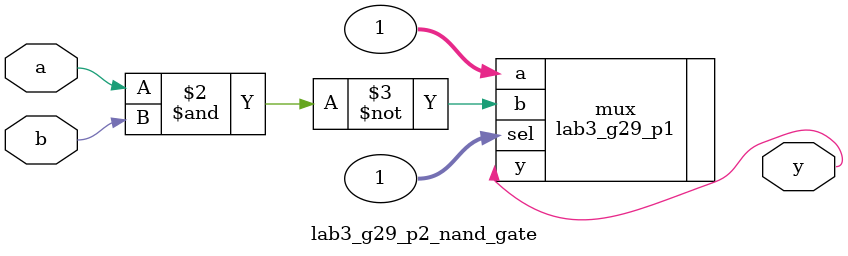
<source format=sv>
module lab3_g29_p2_nand_gate (
    input logic a,
    input logic b,
    output logic y
);

lab3_g29_p1 mux (
    .a(1), // NAND işlemi için A girişini ters çeviriyoruz
    .b(~(a & b)), // A ve B'nin NAND işlemi
    .sel(1), // Seçim sinyali sabit 1
    .y(y)
);

endmodule

</source>
